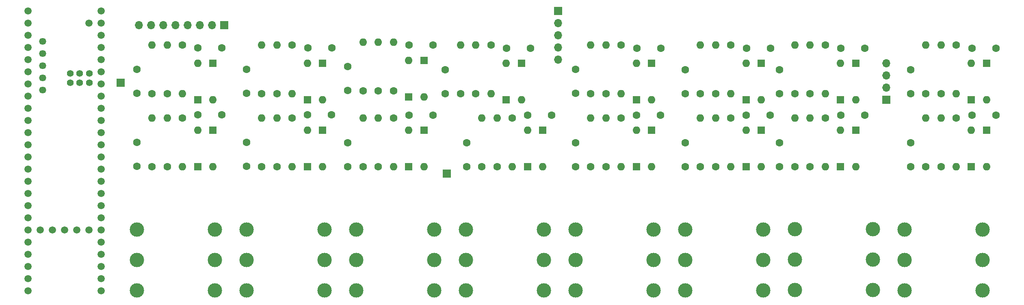
<source format=gbr>
%TF.GenerationSoftware,KiCad,Pcbnew,8.0.3*%
%TF.CreationDate,2024-10-18T17:58:25-04:00*%
%TF.ProjectId,drum_board,6472756d-5f62-46f6-9172-642e6b696361,rev?*%
%TF.SameCoordinates,Original*%
%TF.FileFunction,Soldermask,Bot*%
%TF.FilePolarity,Negative*%
%FSLAX46Y46*%
G04 Gerber Fmt 4.6, Leading zero omitted, Abs format (unit mm)*
G04 Created by KiCad (PCBNEW 8.0.3) date 2024-10-18 17:58:25*
%MOMM*%
%LPD*%
G01*
G04 APERTURE LIST*
%ADD10C,1.600000*%
%ADD11O,1.600000X1.600000*%
%ADD12R,1.700000X1.700000*%
%ADD13O,1.700000X1.700000*%
%ADD14R,1.600000X1.600000*%
%ADD15C,3.000000*%
%ADD16C,1.512000*%
%ADD17C,1.462000*%
%ADD18C,1.412000*%
G04 APERTURE END LIST*
D10*
%TO.C,C29*%
X217985000Y-85249000D03*
X212985000Y-85249000D03*
%TD*%
%TO.C,R5*%
X113390000Y-96044000D03*
D11*
X113390000Y-85884000D03*
%TD*%
D10*
%TO.C,R40*%
X190045000Y-70644000D03*
D11*
X190045000Y-80804000D03*
%TD*%
D12*
%TO.C,J9*%
X222430000Y-82074000D03*
D13*
X222430000Y-79534000D03*
X222430000Y-76994000D03*
X222430000Y-74454000D03*
%TD*%
D14*
%TO.C,D19*%
X170360000Y-82074000D03*
D11*
X170360000Y-74454000D03*
%TD*%
D10*
%TO.C,R24*%
X98605000Y-70604000D03*
D11*
X98605000Y-80764000D03*
%TD*%
D10*
%TO.C,R48*%
X237035000Y-70644000D03*
D11*
X237035000Y-80804000D03*
%TD*%
D10*
%TO.C,C11*%
X180520000Y-96004000D03*
X180520000Y-91004000D03*
%TD*%
D15*
%TO.C,J5*%
X173890000Y-115525000D03*
X157660000Y-115525000D03*
X173890000Y-121875000D03*
X157660000Y-121875000D03*
X173890000Y-109175000D03*
X157660000Y-109175000D03*
%TD*%
D10*
%TO.C,C1*%
X66220000Y-95964000D03*
X66220000Y-90964000D03*
%TD*%
%TO.C,C20*%
X106860000Y-71239000D03*
X101860000Y-71239000D03*
%TD*%
%TO.C,R10*%
X160835000Y-80764000D03*
D11*
X160835000Y-70604000D03*
%TD*%
D14*
%TO.C,D24*%
X196395000Y-74454000D03*
D11*
X196395000Y-82074000D03*
%TD*%
D14*
%TO.C,D31*%
X240170000Y-82074000D03*
D11*
X240170000Y-74454000D03*
%TD*%
D10*
%TO.C,R26*%
X119740000Y-85884000D03*
D11*
X119740000Y-96044000D03*
%TD*%
D10*
%TO.C,R15*%
X230685000Y-96044000D03*
D11*
X230685000Y-85884000D03*
%TD*%
D10*
%TO.C,R35*%
X164010000Y-80764000D03*
D11*
X164010000Y-70604000D03*
%TD*%
D15*
%TO.C,J3*%
X128170000Y-115525000D03*
X111940000Y-115525000D03*
X128170000Y-121875000D03*
X111940000Y-121875000D03*
X128170000Y-109175000D03*
X111940000Y-109175000D03*
%TD*%
D10*
%TO.C,C30*%
X217985000Y-71279000D03*
X212985000Y-71279000D03*
%TD*%
D14*
%TO.C,D29*%
X240170000Y-96044000D03*
D11*
X240170000Y-88424000D03*
%TD*%
D10*
%TO.C,C7*%
X134980000Y-96004000D03*
X134980000Y-91004000D03*
%TD*%
D12*
%TO.C,J12*%
X62820000Y-78500000D03*
%TD*%
%TO.C,J10*%
X154030000Y-63540000D03*
D13*
X154030000Y-66080000D03*
X154030000Y-68620000D03*
X154030000Y-71160000D03*
X154030000Y-73700000D03*
%TD*%
D14*
%TO.C,D26*%
X216080000Y-88424000D03*
D11*
X216080000Y-96044000D03*
%TD*%
D10*
%TO.C,C12*%
X180520000Y-80764000D03*
X180520000Y-75764000D03*
%TD*%
D14*
%TO.C,D9*%
X122915000Y-96044000D03*
D11*
X122915000Y-88424000D03*
%TD*%
D12*
%TO.C,J11*%
X84440000Y-66500000D03*
D13*
X81900000Y-66500000D03*
X79360000Y-66500000D03*
X76820000Y-66500000D03*
X74280000Y-66500000D03*
X71740000Y-66500000D03*
X69200000Y-66500000D03*
X66660000Y-66500000D03*
%TD*%
D12*
%TO.C,J13*%
X130820000Y-97500000D03*
%TD*%
D10*
%TO.C,C28*%
X198300000Y-71279000D03*
X193300000Y-71279000D03*
%TD*%
%TO.C,R4*%
X92255000Y-80764000D03*
D11*
X92255000Y-70604000D03*
%TD*%
D10*
%TO.C,C16*%
X227510000Y-80764000D03*
X227510000Y-75764000D03*
%TD*%
%TO.C,R7*%
X138155000Y-96044000D03*
D11*
X138155000Y-85884000D03*
%TD*%
D10*
%TO.C,R41*%
X206555000Y-96044000D03*
D11*
X206555000Y-85884000D03*
%TD*%
D10*
%TO.C,R44*%
X209730000Y-70644000D03*
D11*
X209730000Y-80804000D03*
%TD*%
D10*
%TO.C,R20*%
X75745000Y-70604000D03*
D11*
X75745000Y-80764000D03*
%TD*%
D10*
%TO.C,R12*%
X183695000Y-80804000D03*
D11*
X183695000Y-70644000D03*
%TD*%
D10*
%TO.C,R36*%
X167185000Y-70644000D03*
D11*
X167185000Y-80804000D03*
%TD*%
D15*
%TO.C,J1*%
X82450000Y-115525000D03*
X66220000Y-115525000D03*
X82450000Y-121875000D03*
X66220000Y-121875000D03*
X82450000Y-109175000D03*
X66220000Y-109175000D03*
%TD*%
D10*
%TO.C,R27*%
X116565000Y-80169000D03*
D11*
X116565000Y-70009000D03*
%TD*%
D10*
%TO.C,R9*%
X160835000Y-96044000D03*
D11*
X160835000Y-85884000D03*
%TD*%
D10*
%TO.C,R33*%
X164010000Y-96044000D03*
D11*
X164010000Y-85884000D03*
%TD*%
D15*
%TO.C,J4*%
X151030000Y-115525000D03*
X134800000Y-115525000D03*
X151030000Y-121875000D03*
X134800000Y-121875000D03*
X151030000Y-109175000D03*
X134800000Y-109175000D03*
%TD*%
%TO.C,J6*%
X196750000Y-115525000D03*
X180520000Y-115525000D03*
X196750000Y-121875000D03*
X180520000Y-121875000D03*
X196750000Y-109175000D03*
X180520000Y-109175000D03*
%TD*%
D10*
%TO.C,R16*%
X230685000Y-80804000D03*
D11*
X230685000Y-70644000D03*
%TD*%
D10*
%TO.C,R37*%
X186870000Y-96044000D03*
D11*
X186870000Y-85884000D03*
%TD*%
D10*
%TO.C,R34*%
X167185000Y-85884000D03*
D11*
X167185000Y-96044000D03*
%TD*%
D10*
%TO.C,C10*%
X157660000Y-80724000D03*
X157660000Y-75724000D03*
%TD*%
D14*
%TO.C,D22*%
X196395000Y-88424000D03*
D11*
X196395000Y-96044000D03*
%TD*%
D10*
%TO.C,R45*%
X233860000Y-96044000D03*
D11*
X233860000Y-85884000D03*
%TD*%
D14*
%TO.C,D18*%
X173535000Y-88424000D03*
D11*
X173535000Y-96044000D03*
%TD*%
D14*
%TO.C,D14*%
X150855000Y-88424000D03*
D11*
X150855000Y-96044000D03*
%TD*%
D14*
%TO.C,D16*%
X146410000Y-74454000D03*
D11*
X146410000Y-82074000D03*
%TD*%
D10*
%TO.C,R2*%
X69395000Y-80764000D03*
D11*
X69395000Y-70604000D03*
%TD*%
D10*
%TO.C,R1*%
X69395000Y-96004000D03*
D11*
X69395000Y-85844000D03*
%TD*%
D14*
%TO.C,D10*%
X126090000Y-88424000D03*
D11*
X126090000Y-96044000D03*
%TD*%
D14*
%TO.C,D30*%
X243345000Y-88424000D03*
D11*
X243345000Y-96044000D03*
%TD*%
D14*
%TO.C,D17*%
X170360000Y-96044000D03*
D11*
X170360000Y-88424000D03*
%TD*%
D10*
%TO.C,R47*%
X233860000Y-80804000D03*
D11*
X233860000Y-70644000D03*
%TD*%
D10*
%TO.C,R42*%
X209730000Y-85884000D03*
D11*
X209730000Y-96044000D03*
%TD*%
D10*
%TO.C,R17*%
X72570000Y-96004000D03*
D11*
X72570000Y-85844000D03*
%TD*%
D14*
%TO.C,D32*%
X243345000Y-74454000D03*
D11*
X243345000Y-82074000D03*
%TD*%
D10*
%TO.C,C8*%
X130535000Y-80764000D03*
X130535000Y-75764000D03*
%TD*%
D16*
%TO.C,U1*%
X43540000Y-66080000D03*
X43540000Y-68620000D03*
X43540000Y-71160000D03*
X43540000Y-73700000D03*
X43540000Y-99100000D03*
X58780000Y-68620000D03*
X48620000Y-109260000D03*
X43540000Y-76240000D03*
X43540000Y-78780000D03*
D17*
X46590000Y-69890000D03*
D16*
X43540000Y-81320000D03*
X43540000Y-83860000D03*
X43540000Y-86400000D03*
X43540000Y-88940000D03*
X43540000Y-91480000D03*
X43540000Y-94020000D03*
X43540000Y-96560000D03*
X58780000Y-96560000D03*
X58780000Y-94020000D03*
X58780000Y-91480000D03*
X58780000Y-88940000D03*
X58780000Y-86400000D03*
X58780000Y-83860000D03*
X58780000Y-81320000D03*
X58780000Y-78780000D03*
X58780000Y-76240000D03*
X58780000Y-73700000D03*
X58780000Y-71160000D03*
X43540000Y-101640000D03*
X43540000Y-104180000D03*
X43540000Y-106720000D03*
X43540000Y-109260000D03*
X43540000Y-111800000D03*
X43540000Y-114340000D03*
X43540000Y-116880000D03*
X43540000Y-119420000D03*
X43540000Y-121960000D03*
X58780000Y-121960000D03*
X58780000Y-119420000D03*
X58780000Y-116880000D03*
X58780000Y-114340000D03*
X58780000Y-111800000D03*
X58780000Y-109260000D03*
X58780000Y-106720000D03*
X58780000Y-104180000D03*
X58780000Y-101640000D03*
D17*
X46590000Y-74970000D03*
X46590000Y-72430000D03*
D16*
X43540000Y-63540000D03*
X58780000Y-99100000D03*
X58780000Y-66080000D03*
X51160000Y-109260000D03*
D18*
X54330000Y-78510000D03*
X54330000Y-76510000D03*
D16*
X56240000Y-109260000D03*
X53700000Y-109260000D03*
D18*
X56330000Y-76510000D03*
X56330000Y-78510000D03*
X52330000Y-78510000D03*
X52330000Y-76510000D03*
D17*
X46590000Y-77510000D03*
X46590000Y-80050000D03*
D16*
X46080000Y-109260000D03*
X58780000Y-63540000D03*
X56240000Y-66080000D03*
%TD*%
D15*
%TO.C,J7*%
X219610000Y-115429500D03*
X203380000Y-115429500D03*
X219610000Y-121779500D03*
X203380000Y-121779500D03*
X219610000Y-109079500D03*
X203380000Y-109079500D03*
%TD*%
D10*
%TO.C,R23*%
X95430000Y-80764000D03*
D11*
X95430000Y-70604000D03*
%TD*%
D10*
%TO.C,R28*%
X119740000Y-80169000D03*
D11*
X119740000Y-70009000D03*
%TD*%
D10*
%TO.C,C23*%
X152720000Y-85249000D03*
X147720000Y-85249000D03*
%TD*%
%TO.C,C22*%
X122955000Y-70644000D03*
X127955000Y-70644000D03*
%TD*%
%TO.C,C27*%
X198260000Y-85249000D03*
X193260000Y-85249000D03*
%TD*%
%TO.C,R14*%
X203380000Y-80804000D03*
D11*
X203380000Y-70644000D03*
%TD*%
D14*
%TO.C,D21*%
X193220000Y-96044000D03*
D11*
X193220000Y-88424000D03*
%TD*%
D10*
%TO.C,C26*%
X175440000Y-71279000D03*
X170440000Y-71279000D03*
%TD*%
%TO.C,C13*%
X200205000Y-96004000D03*
X200205000Y-91004000D03*
%TD*%
D14*
%TO.C,D23*%
X193220000Y-82074000D03*
D11*
X193220000Y-74454000D03*
%TD*%
D10*
%TO.C,C3*%
X89080000Y-95964000D03*
X89080000Y-90964000D03*
%TD*%
D15*
%TO.C,J8*%
X242470000Y-115525000D03*
X226240000Y-115525000D03*
X242470000Y-121875000D03*
X226240000Y-121875000D03*
X242470000Y-109175000D03*
X226240000Y-109175000D03*
%TD*%
D10*
%TO.C,R13*%
X203380000Y-96044000D03*
D11*
X203380000Y-85884000D03*
%TD*%
D10*
%TO.C,R22*%
X98605000Y-85844000D03*
D11*
X98605000Y-96004000D03*
%TD*%
D10*
%TO.C,C4*%
X89080000Y-80724000D03*
X89080000Y-75724000D03*
%TD*%
D14*
%TO.C,D8*%
X104955000Y-74414000D03*
D11*
X104955000Y-82034000D03*
%TD*%
D10*
%TO.C,C19*%
X106820000Y-85209000D03*
X101820000Y-85209000D03*
%TD*%
D14*
%TO.C,D7*%
X101780000Y-82034000D03*
D11*
X101780000Y-74414000D03*
%TD*%
D14*
%TO.C,D3*%
X78920000Y-82034000D03*
D11*
X78920000Y-74414000D03*
%TD*%
D10*
%TO.C,C32*%
X245290000Y-71279000D03*
X240290000Y-71279000D03*
%TD*%
%TO.C,R18*%
X75745000Y-85844000D03*
D11*
X75745000Y-96004000D03*
%TD*%
D14*
%TO.C,D2*%
X82095000Y-88384000D03*
D11*
X82095000Y-96004000D03*
%TD*%
D10*
%TO.C,C14*%
X200205000Y-80764000D03*
X200205000Y-75764000D03*
%TD*%
D14*
%TO.C,D25*%
X212905000Y-96044000D03*
D11*
X212905000Y-88424000D03*
%TD*%
D14*
%TO.C,D12*%
X126090000Y-73819000D03*
D11*
X126090000Y-81439000D03*
%TD*%
D10*
%TO.C,C18*%
X83960000Y-71239000D03*
X78960000Y-71239000D03*
%TD*%
%TO.C,C24*%
X148315000Y-71279000D03*
X143315000Y-71279000D03*
%TD*%
%TO.C,R30*%
X144505000Y-85884000D03*
D11*
X144505000Y-96044000D03*
%TD*%
D10*
%TO.C,C5*%
X110215000Y-96004000D03*
X110215000Y-91004000D03*
%TD*%
D14*
%TO.C,D27*%
X212905000Y-82074000D03*
D11*
X212905000Y-74454000D03*
%TD*%
D10*
%TO.C,R11*%
X183695000Y-96044000D03*
D11*
X183695000Y-85884000D03*
%TD*%
D15*
%TO.C,J2*%
X105310000Y-115525000D03*
X89080000Y-115525000D03*
X105310000Y-121875000D03*
X89080000Y-121875000D03*
X105310000Y-109175000D03*
X89080000Y-109175000D03*
%TD*%
D10*
%TO.C,R8*%
X133710000Y-80804000D03*
D11*
X133710000Y-70644000D03*
%TD*%
D10*
%TO.C,R6*%
X113390000Y-80169000D03*
D11*
X113390000Y-70009000D03*
%TD*%
D10*
%TO.C,C21*%
X122995000Y-85249000D03*
X127995000Y-85249000D03*
%TD*%
D14*
%TO.C,D1*%
X78920000Y-96004000D03*
D11*
X78920000Y-88384000D03*
%TD*%
D10*
%TO.C,R43*%
X206555000Y-80804000D03*
D11*
X206555000Y-70644000D03*
%TD*%
D10*
%TO.C,R32*%
X140060000Y-70644000D03*
D11*
X140060000Y-80804000D03*
%TD*%
D14*
%TO.C,D4*%
X82095000Y-74414000D03*
D11*
X82095000Y-82034000D03*
%TD*%
D10*
%TO.C,R19*%
X72570000Y-80764000D03*
D11*
X72570000Y-70604000D03*
%TD*%
D10*
%TO.C,R3*%
X92255000Y-96004000D03*
D11*
X92255000Y-85844000D03*
%TD*%
D10*
%TO.C,C25*%
X175400000Y-85249000D03*
X170400000Y-85249000D03*
%TD*%
%TO.C,C31*%
X245290000Y-85249000D03*
X240290000Y-85249000D03*
%TD*%
%TO.C,C2*%
X66220000Y-80724000D03*
X66220000Y-75724000D03*
%TD*%
%TO.C,R38*%
X190045000Y-85884000D03*
D11*
X190045000Y-96044000D03*
%TD*%
D10*
%TO.C,R39*%
X186870000Y-80804000D03*
D11*
X186870000Y-70644000D03*
%TD*%
D14*
%TO.C,D20*%
X173535000Y-74454000D03*
D11*
X173535000Y-82074000D03*
%TD*%
D10*
%TO.C,C15*%
X227510000Y-96004000D03*
X227510000Y-91004000D03*
%TD*%
%TO.C,C9*%
X157660000Y-96004000D03*
X157660000Y-91004000D03*
%TD*%
%TO.C,C17*%
X83920000Y-85209000D03*
X78920000Y-85209000D03*
%TD*%
D14*
%TO.C,D5*%
X101780000Y-96004000D03*
D11*
X101780000Y-88384000D03*
%TD*%
D10*
%TO.C,R46*%
X237035000Y-85884000D03*
D11*
X237035000Y-96044000D03*
%TD*%
D10*
%TO.C,R25*%
X116565000Y-96044000D03*
D11*
X116565000Y-85884000D03*
%TD*%
D10*
%TO.C,R21*%
X95430000Y-96004000D03*
D11*
X95430000Y-85844000D03*
%TD*%
D14*
%TO.C,D13*%
X147680000Y-96044000D03*
D11*
X147680000Y-88424000D03*
%TD*%
D10*
%TO.C,R31*%
X136885000Y-80804000D03*
D11*
X136885000Y-70644000D03*
%TD*%
D14*
%TO.C,D11*%
X122915000Y-81439000D03*
D11*
X122915000Y-73819000D03*
%TD*%
D10*
%TO.C,C6*%
X110215000Y-80129000D03*
X110215000Y-75129000D03*
%TD*%
D14*
%TO.C,D6*%
X104955000Y-88384000D03*
D11*
X104955000Y-96004000D03*
%TD*%
D14*
%TO.C,D28*%
X216080000Y-74454000D03*
D11*
X216080000Y-82074000D03*
%TD*%
D14*
%TO.C,D15*%
X143235000Y-82074000D03*
D11*
X143235000Y-74454000D03*
%TD*%
D10*
%TO.C,R29*%
X141330000Y-96044000D03*
D11*
X141330000Y-85884000D03*
%TD*%
M02*

</source>
